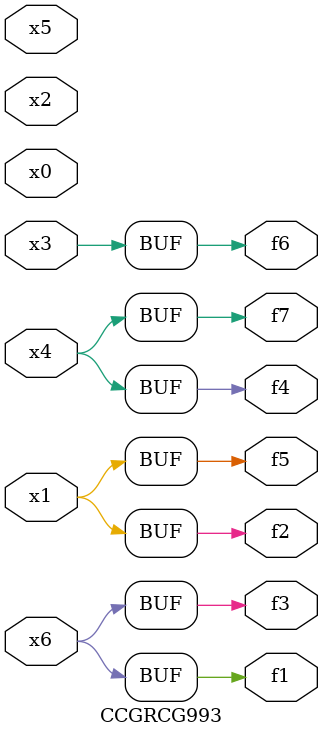
<source format=v>
module CCGRCG993(
	input x0, x1, x2, x3, x4, x5, x6,
	output f1, f2, f3, f4, f5, f6, f7
);
	assign f1 = x6;
	assign f2 = x1;
	assign f3 = x6;
	assign f4 = x4;
	assign f5 = x1;
	assign f6 = x3;
	assign f7 = x4;
endmodule

</source>
